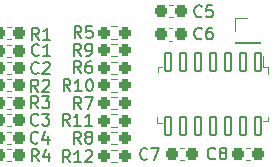
<source format=gto>
G04 #@! TF.GenerationSoftware,KiCad,Pcbnew,(7.0.0)*
G04 #@! TF.CreationDate,2023-10-24T10:40:17-04:00*
G04 #@! TF.ProjectId,Adc Adapter,41646320-4164-4617-9074-65722e6b6963,rev?*
G04 #@! TF.SameCoordinates,Original*
G04 #@! TF.FileFunction,Legend,Top*
G04 #@! TF.FilePolarity,Positive*
%FSLAX46Y46*%
G04 Gerber Fmt 4.6, Leading zero omitted, Abs format (unit mm)*
G04 Created by KiCad (PCBNEW (7.0.0)) date 2023-10-24 10:40:17*
%MOMM*%
%LPD*%
G01*
G04 APERTURE LIST*
G04 Aperture macros list*
%AMRoundRect*
0 Rectangle with rounded corners*
0 $1 Rounding radius*
0 $2 $3 $4 $5 $6 $7 $8 $9 X,Y pos of 4 corners*
0 Add a 4 corners polygon primitive as box body*
4,1,4,$2,$3,$4,$5,$6,$7,$8,$9,$2,$3,0*
0 Add four circle primitives for the rounded corners*
1,1,$1+$1,$2,$3*
1,1,$1+$1,$4,$5*
1,1,$1+$1,$6,$7*
1,1,$1+$1,$8,$9*
0 Add four rect primitives between the rounded corners*
20,1,$1+$1,$2,$3,$4,$5,0*
20,1,$1+$1,$4,$5,$6,$7,0*
20,1,$1+$1,$6,$7,$8,$9,0*
20,1,$1+$1,$8,$9,$2,$3,0*%
G04 Aperture macros list end*
%ADD10C,0.150000*%
%ADD11C,0.120000*%
%ADD12C,0.100000*%
%ADD13RoundRect,0.237500X-0.300000X-0.237500X0.300000X-0.237500X0.300000X0.237500X-0.300000X0.237500X0*%
%ADD14RoundRect,0.237500X-0.250000X-0.237500X0.250000X-0.237500X0.250000X0.237500X-0.250000X0.237500X0*%
%ADD15RoundRect,0.237500X0.250000X0.237500X-0.250000X0.237500X-0.250000X-0.237500X0.250000X-0.237500X0*%
%ADD16R,1.350000X1.350000*%
%ADD17RoundRect,0.070000X0.275000X0.750000X-0.275000X0.750000X-0.275000X-0.750000X0.275000X-0.750000X0*%
G04 APERTURE END LIST*
D10*
X109281933Y-73646380D02*
X108948600Y-73170190D01*
X108710505Y-73646380D02*
X108710505Y-72646380D01*
X108710505Y-72646380D02*
X109091457Y-72646380D01*
X109091457Y-72646380D02*
X109186695Y-72694000D01*
X109186695Y-72694000D02*
X109234314Y-72741619D01*
X109234314Y-72741619D02*
X109281933Y-72836857D01*
X109281933Y-72836857D02*
X109281933Y-72979714D01*
X109281933Y-72979714D02*
X109234314Y-73074952D01*
X109234314Y-73074952D02*
X109186695Y-73122571D01*
X109186695Y-73122571D02*
X109091457Y-73170190D01*
X109091457Y-73170190D02*
X108710505Y-73170190D01*
X110139076Y-72979714D02*
X110139076Y-73646380D01*
X109900981Y-72598761D02*
X109662886Y-73313047D01*
X109662886Y-73313047D02*
X110281933Y-73313047D01*
X109256533Y-69150580D02*
X108923200Y-68674390D01*
X108685105Y-69150580D02*
X108685105Y-68150580D01*
X108685105Y-68150580D02*
X109066057Y-68150580D01*
X109066057Y-68150580D02*
X109161295Y-68198200D01*
X109161295Y-68198200D02*
X109208914Y-68245819D01*
X109208914Y-68245819D02*
X109256533Y-68341057D01*
X109256533Y-68341057D02*
X109256533Y-68483914D01*
X109256533Y-68483914D02*
X109208914Y-68579152D01*
X109208914Y-68579152D02*
X109161295Y-68626771D01*
X109161295Y-68626771D02*
X109066057Y-68674390D01*
X109066057Y-68674390D02*
X108685105Y-68674390D01*
X109589867Y-68150580D02*
X110208914Y-68150580D01*
X110208914Y-68150580D02*
X109875581Y-68531533D01*
X109875581Y-68531533D02*
X110018438Y-68531533D01*
X110018438Y-68531533D02*
X110113676Y-68579152D01*
X110113676Y-68579152D02*
X110161295Y-68626771D01*
X110161295Y-68626771D02*
X110208914Y-68722009D01*
X110208914Y-68722009D02*
X110208914Y-68960104D01*
X110208914Y-68960104D02*
X110161295Y-69055342D01*
X110161295Y-69055342D02*
X110113676Y-69102961D01*
X110113676Y-69102961D02*
X110018438Y-69150580D01*
X110018438Y-69150580D02*
X109732724Y-69150580D01*
X109732724Y-69150580D02*
X109637486Y-69102961D01*
X109637486Y-69102961D02*
X109589867Y-69055342D01*
X111929942Y-73722580D02*
X111596609Y-73246390D01*
X111358514Y-73722580D02*
X111358514Y-72722580D01*
X111358514Y-72722580D02*
X111739466Y-72722580D01*
X111739466Y-72722580D02*
X111834704Y-72770200D01*
X111834704Y-72770200D02*
X111882323Y-72817819D01*
X111882323Y-72817819D02*
X111929942Y-72913057D01*
X111929942Y-72913057D02*
X111929942Y-73055914D01*
X111929942Y-73055914D02*
X111882323Y-73151152D01*
X111882323Y-73151152D02*
X111834704Y-73198771D01*
X111834704Y-73198771D02*
X111739466Y-73246390D01*
X111739466Y-73246390D02*
X111358514Y-73246390D01*
X112882323Y-73722580D02*
X112310895Y-73722580D01*
X112596609Y-73722580D02*
X112596609Y-72722580D01*
X112596609Y-72722580D02*
X112501371Y-72865438D01*
X112501371Y-72865438D02*
X112406133Y-72960676D01*
X112406133Y-72960676D02*
X112310895Y-73008295D01*
X113263276Y-72817819D02*
X113310895Y-72770200D01*
X113310895Y-72770200D02*
X113406133Y-72722580D01*
X113406133Y-72722580D02*
X113644228Y-72722580D01*
X113644228Y-72722580D02*
X113739466Y-72770200D01*
X113739466Y-72770200D02*
X113787085Y-72817819D01*
X113787085Y-72817819D02*
X113834704Y-72913057D01*
X113834704Y-72913057D02*
X113834704Y-73008295D01*
X113834704Y-73008295D02*
X113787085Y-73151152D01*
X113787085Y-73151152D02*
X113215657Y-73722580D01*
X113215657Y-73722580D02*
X113834704Y-73722580D01*
X109231133Y-72052542D02*
X109183514Y-72100161D01*
X109183514Y-72100161D02*
X109040657Y-72147780D01*
X109040657Y-72147780D02*
X108945419Y-72147780D01*
X108945419Y-72147780D02*
X108802562Y-72100161D01*
X108802562Y-72100161D02*
X108707324Y-72004923D01*
X108707324Y-72004923D02*
X108659705Y-71909685D01*
X108659705Y-71909685D02*
X108612086Y-71719209D01*
X108612086Y-71719209D02*
X108612086Y-71576352D01*
X108612086Y-71576352D02*
X108659705Y-71385876D01*
X108659705Y-71385876D02*
X108707324Y-71290638D01*
X108707324Y-71290638D02*
X108802562Y-71195400D01*
X108802562Y-71195400D02*
X108945419Y-71147780D01*
X108945419Y-71147780D02*
X109040657Y-71147780D01*
X109040657Y-71147780D02*
X109183514Y-71195400D01*
X109183514Y-71195400D02*
X109231133Y-71243019D01*
X110088276Y-71481114D02*
X110088276Y-72147780D01*
X109850181Y-71100161D02*
X109612086Y-71814447D01*
X109612086Y-71814447D02*
X110231133Y-71814447D01*
X123099533Y-63238742D02*
X123051914Y-63286361D01*
X123051914Y-63286361D02*
X122909057Y-63333980D01*
X122909057Y-63333980D02*
X122813819Y-63333980D01*
X122813819Y-63333980D02*
X122670962Y-63286361D01*
X122670962Y-63286361D02*
X122575724Y-63191123D01*
X122575724Y-63191123D02*
X122528105Y-63095885D01*
X122528105Y-63095885D02*
X122480486Y-62905409D01*
X122480486Y-62905409D02*
X122480486Y-62762552D01*
X122480486Y-62762552D02*
X122528105Y-62572076D01*
X122528105Y-62572076D02*
X122575724Y-62476838D01*
X122575724Y-62476838D02*
X122670962Y-62381600D01*
X122670962Y-62381600D02*
X122813819Y-62333980D01*
X122813819Y-62333980D02*
X122909057Y-62333980D01*
X122909057Y-62333980D02*
X123051914Y-62381600D01*
X123051914Y-62381600D02*
X123099533Y-62429219D01*
X123956676Y-62333980D02*
X123766200Y-62333980D01*
X123766200Y-62333980D02*
X123670962Y-62381600D01*
X123670962Y-62381600D02*
X123623343Y-62429219D01*
X123623343Y-62429219D02*
X123528105Y-62572076D01*
X123528105Y-62572076D02*
X123480486Y-62762552D01*
X123480486Y-62762552D02*
X123480486Y-63143504D01*
X123480486Y-63143504D02*
X123528105Y-63238742D01*
X123528105Y-63238742D02*
X123575724Y-63286361D01*
X123575724Y-63286361D02*
X123670962Y-63333980D01*
X123670962Y-63333980D02*
X123861438Y-63333980D01*
X123861438Y-63333980D02*
X123956676Y-63286361D01*
X123956676Y-63286361D02*
X124004295Y-63238742D01*
X124004295Y-63238742D02*
X124051914Y-63143504D01*
X124051914Y-63143504D02*
X124051914Y-62905409D01*
X124051914Y-62905409D02*
X124004295Y-62810171D01*
X124004295Y-62810171D02*
X123956676Y-62762552D01*
X123956676Y-62762552D02*
X123861438Y-62714933D01*
X123861438Y-62714933D02*
X123670962Y-62714933D01*
X123670962Y-62714933D02*
X123575724Y-62762552D01*
X123575724Y-62762552D02*
X123528105Y-62810171D01*
X123528105Y-62810171D02*
X123480486Y-62905409D01*
X112863333Y-64705580D02*
X112530000Y-64229390D01*
X112291905Y-64705580D02*
X112291905Y-63705580D01*
X112291905Y-63705580D02*
X112672857Y-63705580D01*
X112672857Y-63705580D02*
X112768095Y-63753200D01*
X112768095Y-63753200D02*
X112815714Y-63800819D01*
X112815714Y-63800819D02*
X112863333Y-63896057D01*
X112863333Y-63896057D02*
X112863333Y-64038914D01*
X112863333Y-64038914D02*
X112815714Y-64134152D01*
X112815714Y-64134152D02*
X112768095Y-64181771D01*
X112768095Y-64181771D02*
X112672857Y-64229390D01*
X112672857Y-64229390D02*
X112291905Y-64229390D01*
X113339524Y-64705580D02*
X113530000Y-64705580D01*
X113530000Y-64705580D02*
X113625238Y-64657961D01*
X113625238Y-64657961D02*
X113672857Y-64610342D01*
X113672857Y-64610342D02*
X113768095Y-64467485D01*
X113768095Y-64467485D02*
X113815714Y-64277009D01*
X113815714Y-64277009D02*
X113815714Y-63896057D01*
X113815714Y-63896057D02*
X113768095Y-63800819D01*
X113768095Y-63800819D02*
X113720476Y-63753200D01*
X113720476Y-63753200D02*
X113625238Y-63705580D01*
X113625238Y-63705580D02*
X113434762Y-63705580D01*
X113434762Y-63705580D02*
X113339524Y-63753200D01*
X113339524Y-63753200D02*
X113291905Y-63800819D01*
X113291905Y-63800819D02*
X113244286Y-63896057D01*
X113244286Y-63896057D02*
X113244286Y-64134152D01*
X113244286Y-64134152D02*
X113291905Y-64229390D01*
X113291905Y-64229390D02*
X113339524Y-64277009D01*
X113339524Y-64277009D02*
X113434762Y-64324628D01*
X113434762Y-64324628D02*
X113625238Y-64324628D01*
X113625238Y-64324628D02*
X113720476Y-64277009D01*
X113720476Y-64277009D02*
X113768095Y-64229390D01*
X113768095Y-64229390D02*
X113815714Y-64134152D01*
X109307333Y-63359380D02*
X108974000Y-62883190D01*
X108735905Y-63359380D02*
X108735905Y-62359380D01*
X108735905Y-62359380D02*
X109116857Y-62359380D01*
X109116857Y-62359380D02*
X109212095Y-62407000D01*
X109212095Y-62407000D02*
X109259714Y-62454619D01*
X109259714Y-62454619D02*
X109307333Y-62549857D01*
X109307333Y-62549857D02*
X109307333Y-62692714D01*
X109307333Y-62692714D02*
X109259714Y-62787952D01*
X109259714Y-62787952D02*
X109212095Y-62835571D01*
X109212095Y-62835571D02*
X109116857Y-62883190D01*
X109116857Y-62883190D02*
X108735905Y-62883190D01*
X110259714Y-63359380D02*
X109688286Y-63359380D01*
X109974000Y-63359380D02*
X109974000Y-62359380D01*
X109974000Y-62359380D02*
X109878762Y-62502238D01*
X109878762Y-62502238D02*
X109783524Y-62597476D01*
X109783524Y-62597476D02*
X109688286Y-62645095D01*
X112863333Y-72147780D02*
X112530000Y-71671590D01*
X112291905Y-72147780D02*
X112291905Y-71147780D01*
X112291905Y-71147780D02*
X112672857Y-71147780D01*
X112672857Y-71147780D02*
X112768095Y-71195400D01*
X112768095Y-71195400D02*
X112815714Y-71243019D01*
X112815714Y-71243019D02*
X112863333Y-71338257D01*
X112863333Y-71338257D02*
X112863333Y-71481114D01*
X112863333Y-71481114D02*
X112815714Y-71576352D01*
X112815714Y-71576352D02*
X112768095Y-71623971D01*
X112768095Y-71623971D02*
X112672857Y-71671590D01*
X112672857Y-71671590D02*
X112291905Y-71671590D01*
X113434762Y-71576352D02*
X113339524Y-71528733D01*
X113339524Y-71528733D02*
X113291905Y-71481114D01*
X113291905Y-71481114D02*
X113244286Y-71385876D01*
X113244286Y-71385876D02*
X113244286Y-71338257D01*
X113244286Y-71338257D02*
X113291905Y-71243019D01*
X113291905Y-71243019D02*
X113339524Y-71195400D01*
X113339524Y-71195400D02*
X113434762Y-71147780D01*
X113434762Y-71147780D02*
X113625238Y-71147780D01*
X113625238Y-71147780D02*
X113720476Y-71195400D01*
X113720476Y-71195400D02*
X113768095Y-71243019D01*
X113768095Y-71243019D02*
X113815714Y-71338257D01*
X113815714Y-71338257D02*
X113815714Y-71385876D01*
X113815714Y-71385876D02*
X113768095Y-71481114D01*
X113768095Y-71481114D02*
X113720476Y-71528733D01*
X113720476Y-71528733D02*
X113625238Y-71576352D01*
X113625238Y-71576352D02*
X113434762Y-71576352D01*
X113434762Y-71576352D02*
X113339524Y-71623971D01*
X113339524Y-71623971D02*
X113291905Y-71671590D01*
X113291905Y-71671590D02*
X113244286Y-71766828D01*
X113244286Y-71766828D02*
X113244286Y-71957304D01*
X113244286Y-71957304D02*
X113291905Y-72052542D01*
X113291905Y-72052542D02*
X113339524Y-72100161D01*
X113339524Y-72100161D02*
X113434762Y-72147780D01*
X113434762Y-72147780D02*
X113625238Y-72147780D01*
X113625238Y-72147780D02*
X113720476Y-72100161D01*
X113720476Y-72100161D02*
X113768095Y-72052542D01*
X113768095Y-72052542D02*
X113815714Y-71957304D01*
X113815714Y-71957304D02*
X113815714Y-71766828D01*
X113815714Y-71766828D02*
X113768095Y-71671590D01*
X113768095Y-71671590D02*
X113720476Y-71623971D01*
X113720476Y-71623971D02*
X113625238Y-71576352D01*
X124242533Y-73398742D02*
X124194914Y-73446361D01*
X124194914Y-73446361D02*
X124052057Y-73493980D01*
X124052057Y-73493980D02*
X123956819Y-73493980D01*
X123956819Y-73493980D02*
X123813962Y-73446361D01*
X123813962Y-73446361D02*
X123718724Y-73351123D01*
X123718724Y-73351123D02*
X123671105Y-73255885D01*
X123671105Y-73255885D02*
X123623486Y-73065409D01*
X123623486Y-73065409D02*
X123623486Y-72922552D01*
X123623486Y-72922552D02*
X123671105Y-72732076D01*
X123671105Y-72732076D02*
X123718724Y-72636838D01*
X123718724Y-72636838D02*
X123813962Y-72541600D01*
X123813962Y-72541600D02*
X123956819Y-72493980D01*
X123956819Y-72493980D02*
X124052057Y-72493980D01*
X124052057Y-72493980D02*
X124194914Y-72541600D01*
X124194914Y-72541600D02*
X124242533Y-72589219D01*
X124813962Y-72922552D02*
X124718724Y-72874933D01*
X124718724Y-72874933D02*
X124671105Y-72827314D01*
X124671105Y-72827314D02*
X124623486Y-72732076D01*
X124623486Y-72732076D02*
X124623486Y-72684457D01*
X124623486Y-72684457D02*
X124671105Y-72589219D01*
X124671105Y-72589219D02*
X124718724Y-72541600D01*
X124718724Y-72541600D02*
X124813962Y-72493980D01*
X124813962Y-72493980D02*
X125004438Y-72493980D01*
X125004438Y-72493980D02*
X125099676Y-72541600D01*
X125099676Y-72541600D02*
X125147295Y-72589219D01*
X125147295Y-72589219D02*
X125194914Y-72684457D01*
X125194914Y-72684457D02*
X125194914Y-72732076D01*
X125194914Y-72732076D02*
X125147295Y-72827314D01*
X125147295Y-72827314D02*
X125099676Y-72874933D01*
X125099676Y-72874933D02*
X125004438Y-72922552D01*
X125004438Y-72922552D02*
X124813962Y-72922552D01*
X124813962Y-72922552D02*
X124718724Y-72970171D01*
X124718724Y-72970171D02*
X124671105Y-73017790D01*
X124671105Y-73017790D02*
X124623486Y-73113028D01*
X124623486Y-73113028D02*
X124623486Y-73303504D01*
X124623486Y-73303504D02*
X124671105Y-73398742D01*
X124671105Y-73398742D02*
X124718724Y-73446361D01*
X124718724Y-73446361D02*
X124813962Y-73493980D01*
X124813962Y-73493980D02*
X125004438Y-73493980D01*
X125004438Y-73493980D02*
X125099676Y-73446361D01*
X125099676Y-73446361D02*
X125147295Y-73398742D01*
X125147295Y-73398742D02*
X125194914Y-73303504D01*
X125194914Y-73303504D02*
X125194914Y-73113028D01*
X125194914Y-73113028D02*
X125147295Y-73017790D01*
X125147295Y-73017790D02*
X125099676Y-72970171D01*
X125099676Y-72970171D02*
X125004438Y-72922552D01*
X118502133Y-73449542D02*
X118454514Y-73497161D01*
X118454514Y-73497161D02*
X118311657Y-73544780D01*
X118311657Y-73544780D02*
X118216419Y-73544780D01*
X118216419Y-73544780D02*
X118073562Y-73497161D01*
X118073562Y-73497161D02*
X117978324Y-73401923D01*
X117978324Y-73401923D02*
X117930705Y-73306685D01*
X117930705Y-73306685D02*
X117883086Y-73116209D01*
X117883086Y-73116209D02*
X117883086Y-72973352D01*
X117883086Y-72973352D02*
X117930705Y-72782876D01*
X117930705Y-72782876D02*
X117978324Y-72687638D01*
X117978324Y-72687638D02*
X118073562Y-72592400D01*
X118073562Y-72592400D02*
X118216419Y-72544780D01*
X118216419Y-72544780D02*
X118311657Y-72544780D01*
X118311657Y-72544780D02*
X118454514Y-72592400D01*
X118454514Y-72592400D02*
X118502133Y-72640019D01*
X118835467Y-72544780D02*
X119502133Y-72544780D01*
X119502133Y-72544780D02*
X119073562Y-73544780D01*
X111980742Y-67702780D02*
X111647409Y-67226590D01*
X111409314Y-67702780D02*
X111409314Y-66702780D01*
X111409314Y-66702780D02*
X111790266Y-66702780D01*
X111790266Y-66702780D02*
X111885504Y-66750400D01*
X111885504Y-66750400D02*
X111933123Y-66798019D01*
X111933123Y-66798019D02*
X111980742Y-66893257D01*
X111980742Y-66893257D02*
X111980742Y-67036114D01*
X111980742Y-67036114D02*
X111933123Y-67131352D01*
X111933123Y-67131352D02*
X111885504Y-67178971D01*
X111885504Y-67178971D02*
X111790266Y-67226590D01*
X111790266Y-67226590D02*
X111409314Y-67226590D01*
X112933123Y-67702780D02*
X112361695Y-67702780D01*
X112647409Y-67702780D02*
X112647409Y-66702780D01*
X112647409Y-66702780D02*
X112552171Y-66845638D01*
X112552171Y-66845638D02*
X112456933Y-66940876D01*
X112456933Y-66940876D02*
X112361695Y-66988495D01*
X113552171Y-66702780D02*
X113647409Y-66702780D01*
X113647409Y-66702780D02*
X113742647Y-66750400D01*
X113742647Y-66750400D02*
X113790266Y-66798019D01*
X113790266Y-66798019D02*
X113837885Y-66893257D01*
X113837885Y-66893257D02*
X113885504Y-67083733D01*
X113885504Y-67083733D02*
X113885504Y-67321828D01*
X113885504Y-67321828D02*
X113837885Y-67512304D01*
X113837885Y-67512304D02*
X113790266Y-67607542D01*
X113790266Y-67607542D02*
X113742647Y-67655161D01*
X113742647Y-67655161D02*
X113647409Y-67702780D01*
X113647409Y-67702780D02*
X113552171Y-67702780D01*
X113552171Y-67702780D02*
X113456933Y-67655161D01*
X113456933Y-67655161D02*
X113409314Y-67607542D01*
X113409314Y-67607542D02*
X113361695Y-67512304D01*
X113361695Y-67512304D02*
X113314076Y-67321828D01*
X113314076Y-67321828D02*
X113314076Y-67083733D01*
X113314076Y-67083733D02*
X113361695Y-66893257D01*
X113361695Y-66893257D02*
X113409314Y-66798019D01*
X113409314Y-66798019D02*
X113456933Y-66750400D01*
X113456933Y-66750400D02*
X113552171Y-66702780D01*
X109256533Y-70528542D02*
X109208914Y-70576161D01*
X109208914Y-70576161D02*
X109066057Y-70623780D01*
X109066057Y-70623780D02*
X108970819Y-70623780D01*
X108970819Y-70623780D02*
X108827962Y-70576161D01*
X108827962Y-70576161D02*
X108732724Y-70480923D01*
X108732724Y-70480923D02*
X108685105Y-70385685D01*
X108685105Y-70385685D02*
X108637486Y-70195209D01*
X108637486Y-70195209D02*
X108637486Y-70052352D01*
X108637486Y-70052352D02*
X108685105Y-69861876D01*
X108685105Y-69861876D02*
X108732724Y-69766638D01*
X108732724Y-69766638D02*
X108827962Y-69671400D01*
X108827962Y-69671400D02*
X108970819Y-69623780D01*
X108970819Y-69623780D02*
X109066057Y-69623780D01*
X109066057Y-69623780D02*
X109208914Y-69671400D01*
X109208914Y-69671400D02*
X109256533Y-69719019D01*
X109589867Y-69623780D02*
X110208914Y-69623780D01*
X110208914Y-69623780D02*
X109875581Y-70004733D01*
X109875581Y-70004733D02*
X110018438Y-70004733D01*
X110018438Y-70004733D02*
X110113676Y-70052352D01*
X110113676Y-70052352D02*
X110161295Y-70099971D01*
X110161295Y-70099971D02*
X110208914Y-70195209D01*
X110208914Y-70195209D02*
X110208914Y-70433304D01*
X110208914Y-70433304D02*
X110161295Y-70528542D01*
X110161295Y-70528542D02*
X110113676Y-70576161D01*
X110113676Y-70576161D02*
X110018438Y-70623780D01*
X110018438Y-70623780D02*
X109732724Y-70623780D01*
X109732724Y-70623780D02*
X109637486Y-70576161D01*
X109637486Y-70576161D02*
X109589867Y-70528542D01*
X111904542Y-70623780D02*
X111571209Y-70147590D01*
X111333114Y-70623780D02*
X111333114Y-69623780D01*
X111333114Y-69623780D02*
X111714066Y-69623780D01*
X111714066Y-69623780D02*
X111809304Y-69671400D01*
X111809304Y-69671400D02*
X111856923Y-69719019D01*
X111856923Y-69719019D02*
X111904542Y-69814257D01*
X111904542Y-69814257D02*
X111904542Y-69957114D01*
X111904542Y-69957114D02*
X111856923Y-70052352D01*
X111856923Y-70052352D02*
X111809304Y-70099971D01*
X111809304Y-70099971D02*
X111714066Y-70147590D01*
X111714066Y-70147590D02*
X111333114Y-70147590D01*
X112856923Y-70623780D02*
X112285495Y-70623780D01*
X112571209Y-70623780D02*
X112571209Y-69623780D01*
X112571209Y-69623780D02*
X112475971Y-69766638D01*
X112475971Y-69766638D02*
X112380733Y-69861876D01*
X112380733Y-69861876D02*
X112285495Y-69909495D01*
X113809304Y-70623780D02*
X113237876Y-70623780D01*
X113523590Y-70623780D02*
X113523590Y-69623780D01*
X113523590Y-69623780D02*
X113428352Y-69766638D01*
X113428352Y-69766638D02*
X113333114Y-69861876D01*
X113333114Y-69861876D02*
X113237876Y-69909495D01*
X112914133Y-63206980D02*
X112580800Y-62730790D01*
X112342705Y-63206980D02*
X112342705Y-62206980D01*
X112342705Y-62206980D02*
X112723657Y-62206980D01*
X112723657Y-62206980D02*
X112818895Y-62254600D01*
X112818895Y-62254600D02*
X112866514Y-62302219D01*
X112866514Y-62302219D02*
X112914133Y-62397457D01*
X112914133Y-62397457D02*
X112914133Y-62540314D01*
X112914133Y-62540314D02*
X112866514Y-62635552D01*
X112866514Y-62635552D02*
X112818895Y-62683171D01*
X112818895Y-62683171D02*
X112723657Y-62730790D01*
X112723657Y-62730790D02*
X112342705Y-62730790D01*
X113818895Y-62206980D02*
X113342705Y-62206980D01*
X113342705Y-62206980D02*
X113295086Y-62683171D01*
X113295086Y-62683171D02*
X113342705Y-62635552D01*
X113342705Y-62635552D02*
X113437943Y-62587933D01*
X113437943Y-62587933D02*
X113676038Y-62587933D01*
X113676038Y-62587933D02*
X113771276Y-62635552D01*
X113771276Y-62635552D02*
X113818895Y-62683171D01*
X113818895Y-62683171D02*
X113866514Y-62778409D01*
X113866514Y-62778409D02*
X113866514Y-63016504D01*
X113866514Y-63016504D02*
X113818895Y-63111742D01*
X113818895Y-63111742D02*
X113771276Y-63159361D01*
X113771276Y-63159361D02*
X113676038Y-63206980D01*
X113676038Y-63206980D02*
X113437943Y-63206980D01*
X113437943Y-63206980D02*
X113342705Y-63159361D01*
X113342705Y-63159361D02*
X113295086Y-63111742D01*
X112888733Y-69226780D02*
X112555400Y-68750590D01*
X112317305Y-69226780D02*
X112317305Y-68226780D01*
X112317305Y-68226780D02*
X112698257Y-68226780D01*
X112698257Y-68226780D02*
X112793495Y-68274400D01*
X112793495Y-68274400D02*
X112841114Y-68322019D01*
X112841114Y-68322019D02*
X112888733Y-68417257D01*
X112888733Y-68417257D02*
X112888733Y-68560114D01*
X112888733Y-68560114D02*
X112841114Y-68655352D01*
X112841114Y-68655352D02*
X112793495Y-68702971D01*
X112793495Y-68702971D02*
X112698257Y-68750590D01*
X112698257Y-68750590D02*
X112317305Y-68750590D01*
X113222067Y-68226780D02*
X113888733Y-68226780D01*
X113888733Y-68226780D02*
X113460162Y-69226780D01*
X112863333Y-66178780D02*
X112530000Y-65702590D01*
X112291905Y-66178780D02*
X112291905Y-65178780D01*
X112291905Y-65178780D02*
X112672857Y-65178780D01*
X112672857Y-65178780D02*
X112768095Y-65226400D01*
X112768095Y-65226400D02*
X112815714Y-65274019D01*
X112815714Y-65274019D02*
X112863333Y-65369257D01*
X112863333Y-65369257D02*
X112863333Y-65512114D01*
X112863333Y-65512114D02*
X112815714Y-65607352D01*
X112815714Y-65607352D02*
X112768095Y-65654971D01*
X112768095Y-65654971D02*
X112672857Y-65702590D01*
X112672857Y-65702590D02*
X112291905Y-65702590D01*
X113720476Y-65178780D02*
X113530000Y-65178780D01*
X113530000Y-65178780D02*
X113434762Y-65226400D01*
X113434762Y-65226400D02*
X113387143Y-65274019D01*
X113387143Y-65274019D02*
X113291905Y-65416876D01*
X113291905Y-65416876D02*
X113244286Y-65607352D01*
X113244286Y-65607352D02*
X113244286Y-65988304D01*
X113244286Y-65988304D02*
X113291905Y-66083542D01*
X113291905Y-66083542D02*
X113339524Y-66131161D01*
X113339524Y-66131161D02*
X113434762Y-66178780D01*
X113434762Y-66178780D02*
X113625238Y-66178780D01*
X113625238Y-66178780D02*
X113720476Y-66131161D01*
X113720476Y-66131161D02*
X113768095Y-66083542D01*
X113768095Y-66083542D02*
X113815714Y-65988304D01*
X113815714Y-65988304D02*
X113815714Y-65750209D01*
X113815714Y-65750209D02*
X113768095Y-65654971D01*
X113768095Y-65654971D02*
X113720476Y-65607352D01*
X113720476Y-65607352D02*
X113625238Y-65559733D01*
X113625238Y-65559733D02*
X113434762Y-65559733D01*
X113434762Y-65559733D02*
X113339524Y-65607352D01*
X113339524Y-65607352D02*
X113291905Y-65654971D01*
X113291905Y-65654971D02*
X113244286Y-65750209D01*
X109307333Y-64635742D02*
X109259714Y-64683361D01*
X109259714Y-64683361D02*
X109116857Y-64730980D01*
X109116857Y-64730980D02*
X109021619Y-64730980D01*
X109021619Y-64730980D02*
X108878762Y-64683361D01*
X108878762Y-64683361D02*
X108783524Y-64588123D01*
X108783524Y-64588123D02*
X108735905Y-64492885D01*
X108735905Y-64492885D02*
X108688286Y-64302409D01*
X108688286Y-64302409D02*
X108688286Y-64159552D01*
X108688286Y-64159552D02*
X108735905Y-63969076D01*
X108735905Y-63969076D02*
X108783524Y-63873838D01*
X108783524Y-63873838D02*
X108878762Y-63778600D01*
X108878762Y-63778600D02*
X109021619Y-63730980D01*
X109021619Y-63730980D02*
X109116857Y-63730980D01*
X109116857Y-63730980D02*
X109259714Y-63778600D01*
X109259714Y-63778600D02*
X109307333Y-63826219D01*
X110259714Y-64730980D02*
X109688286Y-64730980D01*
X109974000Y-64730980D02*
X109974000Y-63730980D01*
X109974000Y-63730980D02*
X109878762Y-63873838D01*
X109878762Y-63873838D02*
X109783524Y-63969076D01*
X109783524Y-63969076D02*
X109688286Y-64016695D01*
X109281933Y-66159742D02*
X109234314Y-66207361D01*
X109234314Y-66207361D02*
X109091457Y-66254980D01*
X109091457Y-66254980D02*
X108996219Y-66254980D01*
X108996219Y-66254980D02*
X108853362Y-66207361D01*
X108853362Y-66207361D02*
X108758124Y-66112123D01*
X108758124Y-66112123D02*
X108710505Y-66016885D01*
X108710505Y-66016885D02*
X108662886Y-65826409D01*
X108662886Y-65826409D02*
X108662886Y-65683552D01*
X108662886Y-65683552D02*
X108710505Y-65493076D01*
X108710505Y-65493076D02*
X108758124Y-65397838D01*
X108758124Y-65397838D02*
X108853362Y-65302600D01*
X108853362Y-65302600D02*
X108996219Y-65254980D01*
X108996219Y-65254980D02*
X109091457Y-65254980D01*
X109091457Y-65254980D02*
X109234314Y-65302600D01*
X109234314Y-65302600D02*
X109281933Y-65350219D01*
X109662886Y-65350219D02*
X109710505Y-65302600D01*
X109710505Y-65302600D02*
X109805743Y-65254980D01*
X109805743Y-65254980D02*
X110043838Y-65254980D01*
X110043838Y-65254980D02*
X110139076Y-65302600D01*
X110139076Y-65302600D02*
X110186695Y-65350219D01*
X110186695Y-65350219D02*
X110234314Y-65445457D01*
X110234314Y-65445457D02*
X110234314Y-65540695D01*
X110234314Y-65540695D02*
X110186695Y-65683552D01*
X110186695Y-65683552D02*
X109615267Y-66254980D01*
X109615267Y-66254980D02*
X110234314Y-66254980D01*
X123099533Y-61359142D02*
X123051914Y-61406761D01*
X123051914Y-61406761D02*
X122909057Y-61454380D01*
X122909057Y-61454380D02*
X122813819Y-61454380D01*
X122813819Y-61454380D02*
X122670962Y-61406761D01*
X122670962Y-61406761D02*
X122575724Y-61311523D01*
X122575724Y-61311523D02*
X122528105Y-61216285D01*
X122528105Y-61216285D02*
X122480486Y-61025809D01*
X122480486Y-61025809D02*
X122480486Y-60882952D01*
X122480486Y-60882952D02*
X122528105Y-60692476D01*
X122528105Y-60692476D02*
X122575724Y-60597238D01*
X122575724Y-60597238D02*
X122670962Y-60502000D01*
X122670962Y-60502000D02*
X122813819Y-60454380D01*
X122813819Y-60454380D02*
X122909057Y-60454380D01*
X122909057Y-60454380D02*
X123051914Y-60502000D01*
X123051914Y-60502000D02*
X123099533Y-60549619D01*
X124004295Y-60454380D02*
X123528105Y-60454380D01*
X123528105Y-60454380D02*
X123480486Y-60930571D01*
X123480486Y-60930571D02*
X123528105Y-60882952D01*
X123528105Y-60882952D02*
X123623343Y-60835333D01*
X123623343Y-60835333D02*
X123861438Y-60835333D01*
X123861438Y-60835333D02*
X123956676Y-60882952D01*
X123956676Y-60882952D02*
X124004295Y-60930571D01*
X124004295Y-60930571D02*
X124051914Y-61025809D01*
X124051914Y-61025809D02*
X124051914Y-61263904D01*
X124051914Y-61263904D02*
X124004295Y-61359142D01*
X124004295Y-61359142D02*
X123956676Y-61406761D01*
X123956676Y-61406761D02*
X123861438Y-61454380D01*
X123861438Y-61454380D02*
X123623343Y-61454380D01*
X123623343Y-61454380D02*
X123528105Y-61406761D01*
X123528105Y-61406761D02*
X123480486Y-61359142D01*
X109256533Y-67753580D02*
X108923200Y-67277390D01*
X108685105Y-67753580D02*
X108685105Y-66753580D01*
X108685105Y-66753580D02*
X109066057Y-66753580D01*
X109066057Y-66753580D02*
X109161295Y-66801200D01*
X109161295Y-66801200D02*
X109208914Y-66848819D01*
X109208914Y-66848819D02*
X109256533Y-66944057D01*
X109256533Y-66944057D02*
X109256533Y-67086914D01*
X109256533Y-67086914D02*
X109208914Y-67182152D01*
X109208914Y-67182152D02*
X109161295Y-67229771D01*
X109161295Y-67229771D02*
X109066057Y-67277390D01*
X109066057Y-67277390D02*
X108685105Y-67277390D01*
X109637486Y-66848819D02*
X109685105Y-66801200D01*
X109685105Y-66801200D02*
X109780343Y-66753580D01*
X109780343Y-66753580D02*
X110018438Y-66753580D01*
X110018438Y-66753580D02*
X110113676Y-66801200D01*
X110113676Y-66801200D02*
X110161295Y-66848819D01*
X110161295Y-66848819D02*
X110208914Y-66944057D01*
X110208914Y-66944057D02*
X110208914Y-67039295D01*
X110208914Y-67039295D02*
X110161295Y-67182152D01*
X110161295Y-67182152D02*
X109589867Y-67753580D01*
X109589867Y-67753580D02*
X110208914Y-67753580D01*
D11*
X106635333Y-72614787D02*
X106927867Y-72614787D01*
X106635333Y-73634787D02*
X106927867Y-73634787D01*
X106635333Y-68195187D02*
X106927867Y-68195187D01*
X106635333Y-69215187D02*
X106927867Y-69215187D01*
X115444176Y-72665784D02*
X115953624Y-72665784D01*
X115444176Y-73710784D02*
X115953624Y-73710784D01*
X106635333Y-71141587D02*
X106927867Y-71141587D01*
X106635333Y-72161587D02*
X106927867Y-72161587D01*
X120325933Y-62405800D02*
X120618467Y-62405800D01*
X120325933Y-63425800D02*
X120618467Y-63425800D01*
X115444176Y-63717732D02*
X115953624Y-63717732D01*
X115444176Y-64762732D02*
X115953624Y-64762732D01*
X106635333Y-62302387D02*
X106927867Y-62302387D01*
X106635333Y-63322387D02*
X106927867Y-63322387D01*
X115953624Y-72219442D02*
X115444176Y-72219442D01*
X115953624Y-71174442D02*
X115444176Y-71174442D01*
X126879133Y-72489600D02*
X127171667Y-72489600D01*
X126879133Y-73509600D02*
X127171667Y-73509600D01*
X121265733Y-72489600D02*
X121558267Y-72489600D01*
X121265733Y-73509600D02*
X121558267Y-73509600D01*
X125889200Y-61525600D02*
X126949200Y-61525600D01*
X125889200Y-62585600D02*
X125889200Y-61525600D01*
X125889200Y-63585600D02*
X125889200Y-63645600D01*
X125889200Y-63585600D02*
X128009200Y-63585600D01*
X125889200Y-63645600D02*
X128009200Y-63645600D01*
X128009200Y-63585600D02*
X128009200Y-63645600D01*
X115444176Y-66700416D02*
X115953624Y-66700416D01*
X115444176Y-67745416D02*
X115953624Y-67745416D01*
D12*
X128728200Y-70270400D02*
X128728200Y-69870400D01*
X128728200Y-66270400D02*
X128728200Y-65670400D01*
X128728200Y-65670400D02*
X128328200Y-65670400D01*
X128328200Y-70270400D02*
X128728200Y-70270400D01*
X128328200Y-65670400D02*
X128328200Y-64770400D01*
X119728200Y-70370400D02*
X119328200Y-70370400D01*
X119728200Y-65670400D02*
X119428200Y-65670400D01*
X119428200Y-65670400D02*
X119428200Y-66070400D01*
X119328200Y-70370400D02*
X119328200Y-69870400D01*
D11*
X106635333Y-69668387D02*
X106927867Y-69668387D01*
X106635333Y-70688387D02*
X106927867Y-70688387D01*
X115444176Y-69683100D02*
X115953624Y-69683100D01*
X115444176Y-70728100D02*
X115953624Y-70728100D01*
X115953624Y-63271390D02*
X115444176Y-63271390D01*
X115953624Y-62226390D02*
X115444176Y-62226390D01*
X115953624Y-69236758D02*
X115444176Y-69236758D01*
X115953624Y-68191758D02*
X115444176Y-68191758D01*
X115953624Y-66254074D02*
X115444176Y-66254074D01*
X115953624Y-65209074D02*
X115444176Y-65209074D01*
X106635333Y-63775587D02*
X106927867Y-63775587D01*
X106635333Y-64795587D02*
X106927867Y-64795587D01*
X106635333Y-65248787D02*
X106927867Y-65248787D01*
X106635333Y-66268787D02*
X106927867Y-66268787D01*
X120351333Y-60399200D02*
X120643867Y-60399200D01*
X120351333Y-61419200D02*
X120643867Y-61419200D01*
X106635333Y-66721987D02*
X106927867Y-66721987D01*
X106635333Y-67741987D02*
X106927867Y-67741987D01*
%LPC*%
D13*
X105919100Y-73124787D03*
X107644100Y-73124787D03*
X105919100Y-68705187D03*
X107644100Y-68705187D03*
D14*
X114786400Y-73188284D03*
X116611400Y-73188284D03*
D13*
X105919100Y-71651587D03*
X107644100Y-71651587D03*
X119609700Y-62915800D03*
X121334700Y-62915800D03*
D14*
X114786400Y-64240232D03*
X116611400Y-64240232D03*
D13*
X105919100Y-62812387D03*
X107644100Y-62812387D03*
D15*
X116611400Y-71696942D03*
X114786400Y-71696942D03*
D13*
X126162900Y-72999600D03*
X127887900Y-72999600D03*
X120549500Y-72999600D03*
X122274500Y-72999600D03*
D16*
X126949199Y-62585599D03*
D14*
X114786400Y-67222916D03*
X116611400Y-67222916D03*
D17*
X127838200Y-65270400D03*
X126568200Y-65270400D03*
X125298200Y-65270400D03*
X124028200Y-65270400D03*
X122758200Y-65270400D03*
X121488200Y-65270400D03*
X120218200Y-65270400D03*
X120218200Y-70670400D03*
X121488200Y-70670400D03*
X122758200Y-70670400D03*
X124028200Y-70670400D03*
X125298200Y-70670400D03*
X126568200Y-70670400D03*
X127838200Y-70670400D03*
D13*
X105919100Y-70178387D03*
X107644100Y-70178387D03*
D14*
X114786400Y-70205600D03*
X116611400Y-70205600D03*
D15*
X116611400Y-62748890D03*
X114786400Y-62748890D03*
X116611400Y-68714258D03*
X114786400Y-68714258D03*
X116611400Y-65731574D03*
X114786400Y-65731574D03*
D13*
X105919100Y-64285587D03*
X107644100Y-64285587D03*
X105919100Y-65758787D03*
X107644100Y-65758787D03*
X119635100Y-60909200D03*
X121360100Y-60909200D03*
X105919100Y-67231987D03*
X107644100Y-67231987D03*
M02*

</source>
